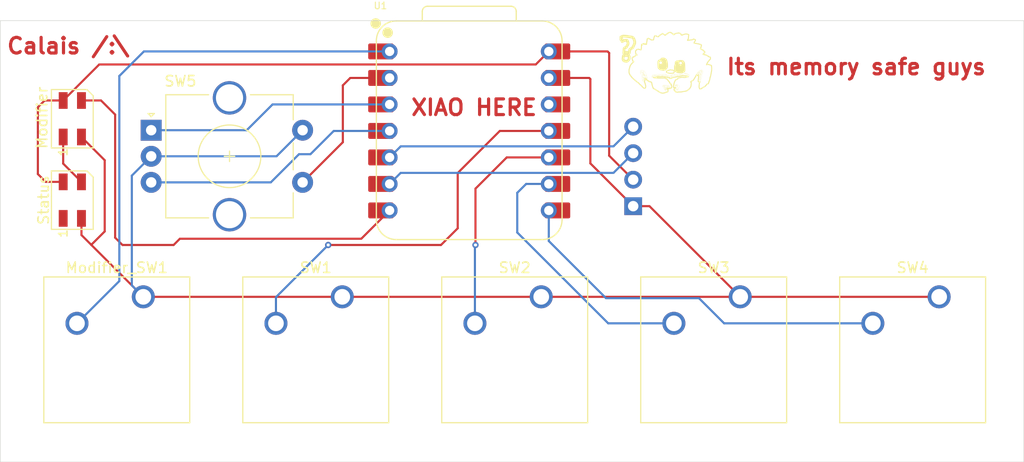
<source format=kicad_pcb>
(kicad_pcb (version 20241229) (generator "pcbnew") (generator_version "9.0")
  (layers (0 "F.Cu" signal) (2 "B.Cu" signal) (13 "F.Paste" user) (15 "B.Paste" user) (5 "F.SilkS" user "F.Silkscreen") (7 "B.SilkS" user "B.Silkscreen") (1 "F.Mask" user) (3 "B.Mask" user) (25 "Edge.Cuts" user))
  (net 0 "")
  (net 1 "Net-(J1-SDA)")
  (net 2 "+5V")
  (net 3 "GND")
  (net 4 "Net-(J1-SCL)")
  (net 5 "Net-(Modifier_D1-DIN)")
  (net 6 "Net-(Modifier_D1-DOUT)")
  (net 7 "Net-(U1-GPIO26{slash}ADC0{slash}A0)")
  (net 9 "Net-(U1-GPIO3{slash}MOSI)")
  (net 10 "Net-(U1-GPIO4{slash}MISO)")
  (net 11 "Net-(U1-GPIO2{slash}SCK)")
  (net 12 "Net-(U1-GPIO1{slash}RX)")
  (net 13 "Net-(U1-GPIO28{slash}ADC2{slash}A2)")
  (net 14 "Net-(U1-GPIO27{slash}ADC1{slash}A1)")
  (net 15 "Net-(U1-GPIO29{slash}ADC3{slash}A3)")
  (footprint "Button_Switch_Keyboard:SW_Cherry_MX_1.00u_PCB" (layer "F.Cu") (at 109.69625 90.17)
    (property "Reference" "Modifier_SW1" (at -2.54 -2.794 0) (layer "F.SilkS"))
    (property "Value" "SW_Push")
    (pad "" np_thru_hole circle (at -7.62 5.08) (size 1.7 1.7) (drill 1.7) (layers "*.Cu" "*.Mask"))
    (pad "" np_thru_hole circle (at -2.54 5.08) (size 4 4) (drill 4) (layers "*.Cu" "*.Mask"))
    (pad "" np_thru_hole circle (at 2.54 5.08) (size 1.7 1.7) (drill 1.7) (layers "*.Cu" "*.Mask"))
    (pad "1" thru_hole circle (at 0 0) (size 2.2 2.2) (drill 1.5) (layers "*.Cu" "*.Mask") (net 3 "GND"))
    (pad "2" thru_hole circle (at -6.35 2.54) (size 2.2 2.2) (drill 1.5) (layers "*.Cu" "*.Mask") (net 7 "Net-(U1-GPIO26{slash}ADC0{slash}A0)"))
  )
  (footprint "Seeed Studio XIAO Series Library:XIAO-RP2040-DIP" (layer "F.Cu") (at 140.9 74.2685)
    (property "Reference" "U1" (at -8.5 -12 0) (layer "F.SilkS") (effects (font (size 0.635 0.635) (thickness 0.1016))))
    (property "Value" "XIAO-RP2040-DIP")
    (pad "1" smd roundrect (at -8.455 -7.62 180) (size 2.432 1.524) (layers "F.Cu" "F.Mask") (roundrect_rratio 0.1) (net 7 "Net-(U1-GPIO26{slash}ADC0{slash}A0)"))
    (pad "1" thru_hole circle (at -7.62 -7.62 180) (size 1.524 1.524) (drill 0.889) (layers "*.Cu" "*.Mask") (net 7 "Net-(U1-GPIO26{slash}ADC0{slash}A0)"))
    (pad "2" smd roundrect (at -8.455 -5.08 180) (size 2.432 1.524) (layers "F.Cu" "F.Mask") (roundrect_rratio 0.1) (net 14 "Net-(U1-GPIO27{slash}ADC1{slash}A1)"))
    (pad "2" thru_hole circle (at -7.62 -5.08 180) (size 1.524 1.524) (drill 0.889) (layers "*.Cu" "*.Mask") (net 14 "Net-(U1-GPIO27{slash}ADC1{slash}A1)"))
    (pad "3" smd roundrect (at -8.455 -2.54 180) (size 2.432 1.524) (layers "F.Cu" "F.Mask") (roundrect_rratio 0.1) (net 13 "Net-(U1-GPIO28{slash}ADC2{slash}A2)"))
    (pad "3" thru_hole circle (at -7.62 -2.54 180) (size 1.524 1.524) (drill 0.889) (layers "*.Cu" "*.Mask") (net 13 "Net-(U1-GPIO28{slash}ADC2{slash}A2)"))
    (pad "4" smd roundrect (at -8.455 0 180) (size 2.432 1.524) (layers "F.Cu" "F.Mask") (roundrect_rratio 0.1) (net 15 "Net-(U1-GPIO29{slash}ADC3{slash}A3)"))
    (pad "4" thru_hole circle (at -7.62 0 180) (size 1.524 1.524) (drill 0.889) (layers "*.Cu" "*.Mask") (net 15 "Net-(U1-GPIO29{slash}ADC3{slash}A3)"))
    (pad "5" smd roundrect (at -8.455 2.54 180) (size 2.432 1.524) (layers "F.Cu" "F.Mask") (roundrect_rratio 0.1) (net 1 "Net-(J1-SDA)"))
    (pad "5" thru_hole circle (at -7.62 2.54 180) (size 1.524 1.524) (drill 0.889) (layers "*.Cu" "*.Mask") (net 1 "Net-(J1-SDA)"))
    (pad "6" smd roundrect (at -8.455 5.08 180) (size 2.432 1.524) (layers "F.Cu" "F.Mask") (roundrect_rratio 0.1) (net 4 "Net-(J1-SCL)"))
    (pad "6" thru_hole circle (at -7.62 5.08 180) (size 1.524 1.524) (drill 0.889) (layers "*.Cu" "*.Mask") (net 4 "Net-(J1-SCL)"))
    (pad "7" smd roundrect (at -8.455 7.62 180) (size 2.432 1.524) (layers "F.Cu" "F.Mask") (roundrect_rratio 0.1) (net 5 "Net-(Modifier_D1-DIN)"))
    (pad "7" thru_hole circle (at -7.62 7.62 180) (size 1.524 1.524) (drill 0.889) (layers "*.Cu" "*.Mask") (net 5 "Net-(Modifier_D1-DIN)"))
    (pad "8" thru_hole circle (at 7.62 7.62) (size 1.524 1.524) (drill 0.889) (layers "*.Cu" "*.Mask") (net 12 "Net-(U1-GPIO1{slash}RX)"))
    (pad "8" smd roundrect (at 8.455 7.62) (size 2.432 1.524) (layers "F.Cu" "F.Mask") (roundrect_rratio 0.1) (net 12 "Net-(U1-GPIO1{slash}RX)"))
    (pad "9" thru_hole circle (at 7.62 5.08) (size 1.524 1.524) (drill 0.889) (layers "*.Cu" "*.Mask") (net 11 "Net-(U1-GPIO2{slash}SCK)"))
    (pad "9" smd roundrect (at 8.455 5.08) (size 2.432 1.524) (layers "F.Cu" "F.Mask") (roundrect_rratio 0.1) (net 11 "Net-(U1-GPIO2{slash}SCK)"))
    (pad "10" thru_hole circle (at 7.62 2.54) (size 1.524 1.524) (drill 0.889) (layers "*.Cu" "*.Mask") (net 10 "Net-(U1-GPIO4{slash}MISO)"))
    (pad "10" smd roundrect (at 8.455 2.54) (size 2.432 1.524) (layers "F.Cu" "F.Mask") (roundrect_rratio 0.1) (net 10 "Net-(U1-GPIO4{slash}MISO)"))
    (pad "11" thru_hole circle (at 7.62 0) (size 1.524 1.524) (drill 0.889) (layers "*.Cu" "*.Mask") (net 9 "Net-(U1-GPIO3{slash}MOSI)"))
    (pad "11" smd roundrect (at 8.455 0) (size 2.432 1.524) (layers "F.Cu" "F.Mask") (roundrect_rratio 0.1) (net 9 "Net-(U1-GPIO3{slash}MOSI)"))
    (pad "12" thru_hole circle (at 7.62 -2.54) (size 1.524 1.524) (drill 0.889) (layers "*.Cu" "*.Mask"))
    (pad "12" smd roundrect (at 8.455 -2.54) (size 2.432 1.524) (layers "F.Cu" "F.Mask") (roundrect_rratio 0.1))
    (pad "13" thru_hole circle (at 7.62 -5.08) (size 1.524 1.524) (drill 0.889) (layers "*.Cu" "*.Mask") (net 3 "GND"))
    (pad "13" smd roundrect (at 8.455 -5.08) (size 2.432 1.524) (layers "F.Cu" "F.Mask") (roundrect_rratio 0.1) (net 3 "GND"))
    (pad "14" thru_hole circle (at 7.62 -7.62) (size 1.524 1.524) (drill 0.889) (layers "*.Cu" "*.Mask") (net 2 "+5V"))
    (pad "14" smd roundrect (at 8.455 -7.62) (size 2.432 1.524) (layers "F.Cu" "F.Mask") (roundrect_rratio 0.1) (net 2 "+5V"))
  )
  (footprint "Button_Switch_Keyboard:SW_Cherry_MX_1.00u_PCB" (layer "F.Cu") (at 128.74625 90.17)
    (property "Reference" "SW1" (at -2.54 -2.794 0) (layer "F.SilkS"))
    (property "Value" "SW_Push")
    (pad "" np_thru_hole circle (at -7.62 5.08) (size 1.7 1.7) (drill 1.7) (layers "*.Cu" "*.Mask"))
    (pad "" np_thru_hole circle (at -2.54 5.08) (size 4 4) (drill 4) (layers "*.Cu" "*.Mask"))
    (pad "" np_thru_hole circle (at 2.54 5.08) (size 1.7 1.7) (drill 1.7) (layers "*.Cu" "*.Mask"))
    (pad "1" thru_hole circle (at 0 0) (size 2.2 2.2) (drill 1.5) (layers "*.Cu" "*.Mask") (net 3 "GND"))
    (pad "2" thru_hole circle (at -6.35 2.54) (size 2.2 2.2) (drill 1.5) (layers "*.Cu" "*.Mask") (net 9 "Net-(U1-GPIO3{slash}MOSI)"))
  )
  (footprint "LED_SMD:LED_SK6812MINI_PLCC4_3.5x3.5mm_P1.75mm" (layer "F.Cu") (at 102.9 80.9 90)
    (property "Reference" "Status" (at 0 -2.75 90) (layer "F.SilkS"))
    (property "Value" "SK6812MINI")
    (fp_text user "1" (at -3.2 -0.875 90) (layer "F.SilkS") (effects (font (size 0.8 0.8))))
    (pad "1" smd rect (at -1.75 -0.875 90) (size 1.6 0.85) (layers "F.Cu" "F.Mask" "F.Paste"))
    (pad "2" smd rect (at -1.75 0.875 90) (size 1.6 0.85) (layers "F.Cu" "F.Mask" "F.Paste") (net 3 "GND"))
    (pad "3" smd rect (at 1.75 0.875 90) (size 1.6 0.85) (layers "F.Cu" "F.Mask" "F.Paste") (net 6 "Net-(Modifier_D1-DOUT)"))
    (pad "4" smd rect (at 1.75 -0.875 90) (size 1.6 0.85) (layers "F.Cu" "F.Mask" "F.Paste") (net 2 "+5V"))
  )
  (footprint "Button_Switch_Keyboard:SW_Cherry_MX_1.00u_PCB" (layer "F.Cu") (at 166.84625 90.17)
    (property "Reference" "SW3" (at -2.54 -2.794 0) (layer "F.SilkS"))
    (property "Value" "SW_Push")
    (pad "" np_thru_hole circle (at -7.62 5.08) (size 1.7 1.7) (drill 1.7) (layers "*.Cu" "*.Mask"))
    (pad "" np_thru_hole circle (at -2.54 5.08) (size 4 4) (drill 4) (layers "*.Cu" "*.Mask"))
    (pad "" np_thru_hole circle (at 2.54 5.08) (size 1.7 1.7) (drill 1.7) (layers "*.Cu" "*.Mask"))
    (pad "1" thru_hole circle (at 0 0) (size 2.2 2.2) (drill 1.5) (layers "*.Cu" "*.Mask") (net 3 "GND"))
    (pad "2" thru_hole circle (at -6.35 2.54) (size 2.2 2.2) (drill 1.5) (layers "*.Cu" "*.Mask") (net 11 "Net-(U1-GPIO2{slash}SCK)"))
  )
  (footprint "Button_Switch_Keyboard:SW_Cherry_MX_1.00u_PCB" (layer "F.Cu") (at 185.89625 90.17)
    (property "Reference" "SW4" (at -2.54 -2.794 0) (layer "F.SilkS"))
    (property "Value" "SW_Push")
    (pad "" np_thru_hole circle (at -7.62 5.08) (size 1.7 1.7) (drill 1.7) (layers "*.Cu" "*.Mask"))
    (pad "" np_thru_hole circle (at -2.54 5.08) (size 4 4) (drill 4) (layers "*.Cu" "*.Mask"))
    (pad "" np_thru_hole circle (at 2.54 5.08) (size 1.7 1.7) (drill 1.7) (layers "*.Cu" "*.Mask"))
    (pad "1" thru_hole circle (at 0 0) (size 2.2 2.2) (drill 1.5) (layers "*.Cu" "*.Mask") (net 3 "GND"))
    (pad "2" thru_hole circle (at -6.35 2.54) (size 2.2 2.2) (drill 1.5) (layers "*.Cu" "*.Mask") (net 12 "Net-(U1-GPIO1{slash}RX)"))
  )
  (footprint "PCM_display:OLED-128x32" (layer "F.Cu") (at 155 71.68)
    (property "Reference" "J1" (hide yes))
    (property "Value" "OLED-128x32")
    (pad "1" thru_hole rect (at 1.6 9.8 180) (size 1.7 1.7) (drill 1) (layers "*.Cu" "*.Mask") (net 3 "GND"))
    (pad "2" thru_hole oval (at 1.6 7.26 180) (size 1.7 1.7) (drill 1) (layers "*.Cu" "*.Mask") (net 2 "+5V"))
    (pad "3" thru_hole oval (at 1.6 4.72 180) (size 1.7 1.7) (drill 1) (layers "*.Cu" "*.Mask") (net 4 "Net-(J1-SCL)"))
    (pad "4" thru_hole oval (at 1.6 2.18 180) (size 1.7 1.7) (drill 1) (layers "*.Cu" "*.Mask") (net 1 "Net-(J1-SDA)"))
  )
  (footprint "art:itsmemorysafeguys" (layer "F.Cu") (at 159.8 67.7)
    (property "Reference" "G***" (hide yes))
    (property "Value" "LOGO" (hide yes))
  )
  (footprint "Button_Switch_Keyboard:SW_Cherry_MX_1.00u_PCB" (layer "F.Cu") (at 147.79625 90.17)
    (property "Reference" "SW2" (at -2.54 -2.794 0) (layer "F.SilkS"))
    (property "Value" "SW_Push")
    (pad "" np_thru_hole circle (at -7.62 5.08) (size 1.7 1.7) (drill 1.7) (layers "*.Cu" "*.Mask"))
    (pad "" np_thru_hole circle (at -2.54 5.08) (size 4 4) (drill 4) (layers "*.Cu" "*.Mask"))
    (pad "" np_thru_hole circle (at 2.54 5.08) (size 1.7 1.7) (drill 1.7) (layers "*.Cu" "*.Mask"))
    (pad "1" thru_hole circle (at 0 0) (size 2.2 2.2) (drill 1.5) (layers "*.Cu" "*.Mask") (net 3 "GND"))
    (pad "2" thru_hole circle (at -6.35 2.54) (size 2.2 2.2) (drill 1.5) (layers "*.Cu" "*.Mask") (net 10 "Net-(U1-GPIO4{slash}MISO)"))
  )
  (footprint "LED_SMD:LED_SK6812MINI_PLCC4_3.5x3.5mm_P1.75mm" (layer "F.Cu") (at 102.9 73.1 90)
    (property "Reference" "Modifier" (at 0.1 -2.9 90) (layer "F.SilkS"))
    (property "Value" "SK6812MINI")
    (fp_text user "1" (at -3.2 -0.875 90) (layer "F.SilkS") (effects (font (size 0.8 0.8))))
    (pad "1" smd rect (at -1.75 -0.875 90) (size 1.6 0.85) (layers "F.Cu" "F.Mask" "F.Paste") (net 6 "Net-(Modifier_D1-DOUT)"))
    (pad "2" smd rect (at -1.75 0.875 90) (size 1.6 0.85) (layers "F.Cu" "F.Mask" "F.Paste") (net 3 "GND"))
    (pad "3" smd rect (at 1.75 0.875 90) (size 1.6 0.85) (layers "F.Cu" "F.Mask" "F.Paste") (net 5 "Net-(Modifier_D1-DIN)"))
    (pad "4" smd rect (at 1.75 -0.875 90) (size 1.6 0.85) (layers "F.Cu" "F.Mask" "F.Paste") (net 2 "+5V"))
  )
  (footprint "Rotary_Encoder:RotaryEncoder_Alps_EC11E-Switch_Vertical_H20mm_CircularMountingHoles" (layer "F.Cu") (at 110.45 74.2)
    (property "Reference" "SW5" (at 2.8 -4.7 0) (layer "F.SilkS"))
    (property "Value" "RotaryEncoder_Switch")
    (pad "A" thru_hole rect (at 0 0) (size 2 2) (drill 1) (layers "*.Cu" "*.Mask") (net 13 "Net-(U1-GPIO28{slash}ADC2{slash}A2)"))
    (pad "B" thru_hole circle (at 0 5) (size 2 2) (drill 1) (layers "*.Cu" "*.Mask") (net 15 "Net-(U1-GPIO29{slash}ADC3{slash}A3)"))
    (pad "C" thru_hole circle (at 0 2.5) (size 2 2) (drill 1) (layers "*.Cu" "*.Mask") (net 3 "GND"))
    (pad "MP" thru_hole circle (at 7.5 -3.1) (size 3.2 3.2) (drill 2.6) (layers "*.Cu" "*.Mask"))
    (pad "MP" thru_hole circle (at 7.5 8.1) (size 3.2 3.2) (drill 2.6) (layers "*.Cu" "*.Mask"))
    (pad "S1" thru_hole circle (at 14.5 5) (size 2 2) (drill 1) (layers "*.Cu" "*.Mask") (net 14 "Net-(U1-GPIO27{slash}ADC1{slash}A1)"))
    (pad "S2" thru_hole circle (at 14.5 0) (size 2 2) (drill 1) (layers "*.Cu" "*.Mask") (net 3 "GND"))
  )
  (gr_rect (start 96 63.7) (end 194 106) (stroke (width 0.05)) (fill no) (layer "Edge.Cuts"))
  (gr_text "Its memory safe guys" (at 165.4 69 0) (layer "F.Cu") (effects (font (size 1.5 1.5) (thickness 0.3) (bold yes)) (justify left bottom)))
  (gr_text "Calais /:\\" (at 96.5 67 0) (layer "F.Cu") (effects (font (size 1.5 1.5) (thickness 0.3) (bold yes)) (justify left bottom)))
  (gr_text "XIAO HERE" (at 135.2 72.9 0) (layer "F.Cu") (effects (font (size 1.5 1.5) (thickness 0.3) (bold yes)) (justify left bottom)))
  (segment (start 156.6 73.86) (end 154.7135 75.7465) (width 0.2) (layer "B.Cu") (net 1))
  (segment (start 134.342 75.7465) (end 133.28 76.8085) (width 0.2) (layer "B.Cu") (net 1))
  (segment (start 154.7135 75.7465) (end 134.342 75.7465) (width 0.2) (layer "B.Cu") (net 1))
  (segment (start 105.475 67.9) (end 147.2685 67.9) (width 0.2) (layer "F.Cu") (net 2))
  (segment (start 154.1485 66.6485) (end 154.3 66.8) (width 0.2) (layer "F.Cu") (net 2))
  (segment (start 154.3 66.8) (end 154.3 76.64) (width 0.2) (layer "F.Cu") (net 2))
  (segment (start 154.3 76.64) (end 156.6 78.94) (width 0.2) (layer "F.Cu") (net 2))
  (segment (start 102.025 71.35) (end 105.475 67.9) (width 0.2) (layer "F.Cu") (net 2))
  (segment (start 100.25 71.35) (end 99.6 72) (width 0.2) (layer "F.Cu") (net 2))
  (segment (start 147.2685 67.9) (end 148.52 66.6485) (width 0.2) (layer "F.Cu") (net 2))
  (segment (start 100.35 79.15) (end 102.025 79.15) (width 0.2) (layer "F.Cu") (net 2))
  (segment (start 99.6 78.4) (end 100.35 79.15) (width 0.2) (layer "F.Cu") (net 2))
  (segment (start 99.6 72) (end 99.6 78.4) (width 0.2) (layer "F.Cu") (net 2))
  (segment (start 102.025 71.35) (end 100.25 71.35) (width 0.2) (layer "F.Cu") (net 2))
  (segment (start 149.355 66.6485) (end 154.1485 66.6485) (width 0.2) (layer "F.Cu") (net 2))
  (segment (start 166.84625 90.17) (end 185.89625 90.17) (width 0.2) (layer "F.Cu") (net 3))
  (segment (start 109.69625 90.17) (end 128.74625 90.17) (width 0.2) (layer "F.Cu") (net 3))
  (segment (start 103.775 84.24875) (end 104.713125 85.186875) (width 0.2) (layer "F.Cu") (net 3))
  (segment (start 106 77.075) (end 106 83.9) (width 0.2) (layer "F.Cu") (net 3))
  (segment (start 103.775 82.65) (end 103.775 84.24875) (width 0.2) (layer "F.Cu") (net 3))
  (segment (start 128.74625 90.17) (end 147.79625 90.17) (width 0.2) (layer "F.Cu") (net 3))
  (segment (start 158.15625 81.48) (end 166.84625 90.17) (width 0.2) (layer "F.Cu") (net 3))
  (segment (start 103.775 74.85) (end 106 77.075) (width 0.2) (layer "F.Cu") (net 3))
  (segment (start 104.713125 85.186875) (end 109.69625 90.17) (width 0.2) (layer "F.Cu") (net 3))
  (segment (start 106 83.9) (end 104.713125 85.186875) (width 0.2) (layer "F.Cu") (net 3))
  (segment (start 152.3885 69.1885) (end 148.52 69.1885) (width 0.2) (layer "F.Cu") (net 3))
  (segment (start 147.79625 90.17) (end 166.84625 90.17) (width 0.2) (layer "F.Cu") (net 3))
  (segment (start 152.5 69.3) (end 152.3885 69.1885) (width 0.2) (layer "F.Cu") (net 3))
  (segment (start 152.5 77.38) (end 152.5 69.3) (width 0.2) (layer "F.Cu") (net 3))
  (segment (start 156.6 81.48) (end 158.15625 81.48) (width 0.2) (layer "F.Cu") (net 3))
  (segment (start 156.6 81.48) (end 152.5 77.38) (width 0.2) (layer "F.Cu") (net 3))
  (segment (start 110.45 76.7) (end 108.596251 78.553749) (width 0.2) (layer "B.Cu") (net 3))
  (segment (start 108.596251 89.070001) (end 109.69625 90.17) (width 0.2) (layer "B.Cu") (net 3))
  (segment (start 110.45 76.7) (end 122.45 76.7) (width 0.2) (layer "B.Cu") (net 3))
  (segment (start 108.596251 78.553749) (end 108.596251 89.070001) (width 0.2) (layer "B.Cu") (net 3))
  (segment (start 122.45 76.7) (end 124.95 74.2) (width 0.2) (layer "B.Cu") (net 3))
  (segment (start 134.342 78.2865) (end 133.28 79.3485) (width 0.2) (layer "B.Cu") (net 4))
  (segment (start 154.7135 78.2865) (end 134.342 78.2865) (width 0.2) (layer "B.Cu") (net 4))
  (segment (start 156.6 76.4) (end 154.7135 78.2865) (width 0.2) (layer "B.Cu") (net 4))
  (segment (start 107 72.7) (end 107 84.5) (width 0.2) (layer "F.Cu") (net 5))
  (segment (start 103.775 71.35) (end 105.65 71.35) (width 0.2) (layer "F.Cu") (net 5))
  (segment (start 113.2 84.6) (end 130.5685 84.6) (width 0.2) (layer "F.Cu") (net 5))
  (segment (start 107.7 85.2) (end 112.6 85.2) (width 0.2) (layer "F.Cu") (net 5))
  (segment (start 105.65 71.35) (end 107 72.7) (width 0.2) (layer "F.Cu") (net 5))
  (segment (start 130.5685 84.6) (end 133.28 81.8885) (width 0.2) (layer "F.Cu") (net 5))
  (segment (start 112.6 85.2) (end 113.2 84.6) (width 0.2) (layer "F.Cu") (net 5))
  (segment (start 107 84.5) (end 107.7 85.2) (width 0.2) (layer "F.Cu") (net 5))
  (segment (start 102.025 77.4) (end 103.775 79.15) (width 0.2) (layer "F.Cu") (net 6))
  (segment (start 102.025 74.85) (end 102.025 77.4) (width 0.2) (layer "F.Cu") (net 6))
  (segment (start 107.4 69) (end 109.7515 66.6485) (width 0.2) (layer "B.Cu") (net 7))
  (segment (start 107.4 88.65625) (end 107.4 69) (width 0.2) (layer "B.Cu") (net 7))
  (segment (start 109.7515 66.6485) (end 133.28 66.6485) (width 0.2) (layer "B.Cu") (net 7))
  (segment (start 103.34625 92.71) (end 107.4 88.65625) (width 0.2) (layer "B.Cu") (net 7))
  (segment (start 143.8315 74.2685) (end 148.52 74.2685) (width 0.2) (layer "F.Cu") (net 9))
  (segment (start 139.8 78.3) (end 143.8315 74.2685) (width 0.2) (layer "F.Cu") (net 9))
  (segment (start 139.8 83.6) (end 139.8 78.3) (width 0.2) (layer "F.Cu") (net 9))
  (segment (start 127.4 85.2) (end 138.2 85.2) (width 0.2) (layer "F.Cu") (net 9))
  (segment (start 138.2 85.2) (end 139.8 83.6) (width 0.2) (layer "F.Cu") (net 9))
  (via (at 127.4 85.2) (size 0.6) (drill 0.3) (layers "F.Cu" "B.Cu") (net 9))
  (segment (start 122.39625 92.71) (end 122.39625 90.20375) (width 0.2) (layer "B.Cu") (net 9))
  (segment (start 122.39625 90.20375) (end 127.4 85.2) (width 0.2) (layer "B.Cu") (net 9))
  (segment (start 141.5 79.8) (end 144.4915 76.8085) (width 0.2) (layer "F.Cu") (net 10))
  (segment (start 141.5 85.2) (end 141.5 79.8) (width 0.2) (layer "F.Cu") (net 10))
  (segment (start 144.4915 76.8085) (end 148.52 76.8085) (width 0.2) (layer "F.Cu") (net 10))
  (via (at 141.5 85.2) (size 0.6) (drill 0.3) (layers "F.Cu" "B.Cu") (net 10))
  (segment (start 141.44625 92.71) (end 141.44625 85.25375) (width 0.2) (layer "B.Cu") (net 10))
  (segment (start 141.44625 85.25375) (end 141.5 85.2) (width 0.2) (layer "B.Cu") (net 10))
  (segment (start 145.5 84) (end 154.21 92.71) (width 0.2) (layer "B.Cu") (net 11))
  (segment (start 148.52 79.3485) (end 146.3515 79.3485) (width 0.2) (layer "B.Cu") (net 11))
  (segment (start 146.3515 79.3485) (end 145.5 80.2) (width 0.2) (layer "B.Cu") (net 11))
  (segment (start 154.21 92.71) (end 160.49625 92.71) (width 0.2) (layer "B.Cu") (net 11))
  (segment (start 145.5 80.2) (end 145.5 84) (width 0.2) (layer "B.Cu") (net 11))
  (segment (start 148.52 84.82) (end 154 90.3) (width 0.2) (layer "B.Cu") (net 12))
  (segment (start 165.31 92.71) (end 179.54625 92.71) (width 0.2) (layer "B.Cu") (net 12))
  (segment (start 154 90.3) (end 162.9 90.3) (width 0.2) (layer "B.Cu") (net 12))
  (segment (start 148.52 81.8885) (end 148.52 84.82) (width 0.2) (layer "B.Cu") (net 12))
  (segment (start 162.9 90.3) (end 165.31 92.71) (width 0.2) (layer "B.Cu") (net 12))
  (segment (start 122.0715 71.7285) (end 133.28 71.7285) (width 0.2) (layer "B.Cu") (net 13))
  (segment (start 119.6 74.2) (end 122.0715 71.7285) (width 0.2) (layer "B.Cu") (net 13))
  (segment (start 110.45 74.2) (end 119.6 74.2) (width 0.2) (layer "B.Cu") (net 13))
  (segment (start 129.5115 69.1885) (end 133.28 69.1885) (width 0.2) (layer "F.Cu") (net 14))
  (segment (start 128.8 75.35) (end 128.8 69.9) (width 0.2) (layer "F.Cu") (net 14))
  (segment (start 124.95 79.2) (end 128.8 75.35) (width 0.2) (layer "F.Cu") (net 14))
  (segment (start 128.8 69.9) (end 129.5115 69.1885) (width 0.2) (layer "F.Cu") (net 14))
  (segment (start 124.6 76.5) (end 125.7 76.5) (width 0.2) (layer "B.Cu") (net 15))
  (segment (start 125.7 76.5) (end 127.9315 74.2685) (width 0.2) (layer "B.Cu") (net 15))
  (segment (start 127.9315 74.2685) (end 133.28 74.2685) (width 0.2) (layer "B.Cu") (net 15))
  (segment (start 110.45 79.2) (end 121.9 79.2) (width 0.2) (layer "B.Cu") (net 15))
  (segment (start 121.9 79.2) (end 124.6 76.5) (width 0.2) (layer "B.Cu") (net 15))
)
</source>
